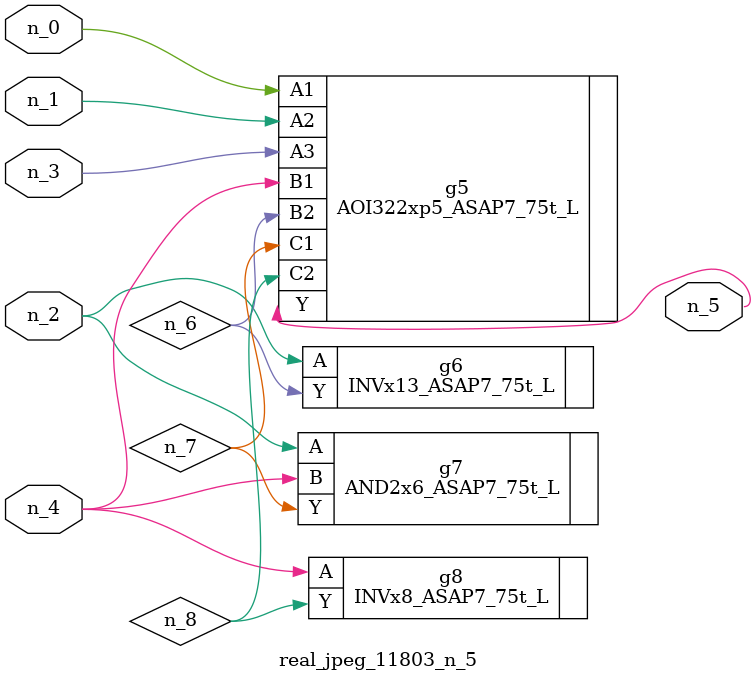
<source format=v>
module real_jpeg_11803_n_5 (n_4, n_0, n_1, n_2, n_3, n_5);

input n_4;
input n_0;
input n_1;
input n_2;
input n_3;

output n_5;

wire n_8;
wire n_6;
wire n_7;

AOI322xp5_ASAP7_75t_L g5 ( 
.A1(n_0),
.A2(n_1),
.A3(n_3),
.B1(n_4),
.B2(n_6),
.C1(n_7),
.C2(n_8),
.Y(n_5)
);

INVx13_ASAP7_75t_L g6 ( 
.A(n_2),
.Y(n_6)
);

AND2x6_ASAP7_75t_L g7 ( 
.A(n_2),
.B(n_4),
.Y(n_7)
);

INVx8_ASAP7_75t_L g8 ( 
.A(n_4),
.Y(n_8)
);


endmodule
</source>
